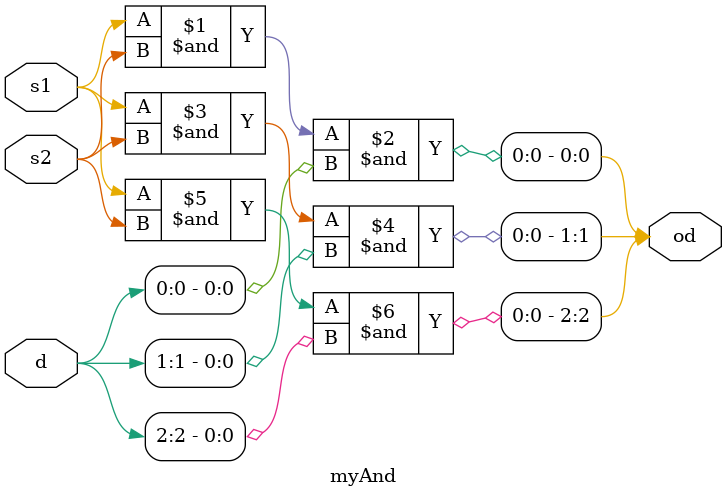
<source format=v>
`timescale 1ns / 1ps


module myAnd(
    input s1,
    input s2,
    input [2:0] d,
    output [2:0] od
    );
    assign od[0]=s1&s2&d[0];
    assign od[1]=s1&s2&d[1];
    assign od[2]=s1&s2&d[2];
endmodule

</source>
